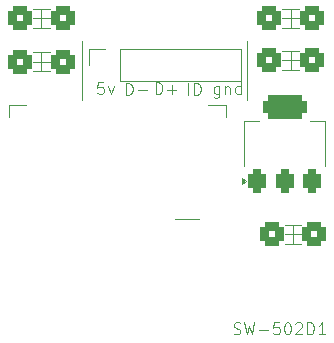
<source format=gto>
G04 #@! TF.GenerationSoftware,KiCad,Pcbnew,8.0.6-8.0.6-0~ubuntu24.04.1*
G04 #@! TF.CreationDate,2024-10-30T09:26:46+01:00*
G04 #@! TF.ProjectId,clock_pcb,636c6f63-6b5f-4706-9362-2e6b69636164,rev?*
G04 #@! TF.SameCoordinates,Original*
G04 #@! TF.FileFunction,Legend,Top*
G04 #@! TF.FilePolarity,Positive*
%FSLAX46Y46*%
G04 Gerber Fmt 4.6, Leading zero omitted, Abs format (unit mm)*
G04 Created by KiCad (PCBNEW 8.0.6-8.0.6-0~ubuntu24.04.1) date 2024-10-30 09:26:46*
%MOMM*%
%LPD*%
G01*
G04 APERTURE LIST*
G04 Aperture macros list*
%AMRoundRect*
0 Rectangle with rounded corners*
0 $1 Rounding radius*
0 $2 $3 $4 $5 $6 $7 $8 $9 X,Y pos of 4 corners*
0 Add a 4 corners polygon primitive as box body*
4,1,4,$2,$3,$4,$5,$6,$7,$8,$9,$2,$3,0*
0 Add four circle primitives for the rounded corners*
1,1,$1+$1,$2,$3*
1,1,$1+$1,$4,$5*
1,1,$1+$1,$6,$7*
1,1,$1+$1,$8,$9*
0 Add four rect primitives between the rounded corners*
20,1,$1+$1,$2,$3,$4,$5,0*
20,1,$1+$1,$4,$5,$6,$7,0*
20,1,$1+$1,$6,$7,$8,$9,0*
20,1,$1+$1,$8,$9,$2,$3,0*%
G04 Aperture macros list end*
%ADD10C,0.100000*%
%ADD11C,0.120000*%
%ADD12RoundRect,0.384616X-0.615384X-0.615384X0.615384X-0.615384X0.615384X0.615384X-0.615384X0.615384X0*%
%ADD13R,1.500000X0.900000*%
%ADD14R,0.900000X1.500000*%
%ADD15C,1.700000*%
%ADD16C,2.000000*%
%ADD17R,3.900000X3.900000*%
%ADD18R,1.700000X2.200000*%
%ADD19O,1.700000X2.200000*%
%ADD20RoundRect,0.384616X0.615384X0.615384X-0.615384X0.615384X-0.615384X-0.615384X0.615384X-0.615384X0*%
%ADD21RoundRect,0.375000X0.375000X-0.625000X0.375000X0.625000X-0.375000X0.625000X-0.375000X-0.625000X0*%
%ADD22RoundRect,0.500000X1.400000X-0.500000X1.400000X0.500000X-1.400000X0.500000X-1.400000X-0.500000X0*%
%ADD23O,1.524000X2.000000*%
G04 APERTURE END LIST*
D10*
X110463884Y-107582419D02*
X110463884Y-106582419D01*
X110463884Y-106582419D02*
X110701979Y-106582419D01*
X110701979Y-106582419D02*
X110844836Y-106630038D01*
X110844836Y-106630038D02*
X110940074Y-106725276D01*
X110940074Y-106725276D02*
X110987693Y-106820514D01*
X110987693Y-106820514D02*
X111035312Y-107010990D01*
X111035312Y-107010990D02*
X111035312Y-107153847D01*
X111035312Y-107153847D02*
X110987693Y-107344323D01*
X110987693Y-107344323D02*
X110940074Y-107439561D01*
X110940074Y-107439561D02*
X110844836Y-107534800D01*
X110844836Y-107534800D02*
X110701979Y-107582419D01*
X110701979Y-107582419D02*
X110463884Y-107582419D01*
X111463884Y-107201466D02*
X112225789Y-107201466D01*
X112973884Y-107532419D02*
X112973884Y-106532419D01*
X112973884Y-106532419D02*
X113211979Y-106532419D01*
X113211979Y-106532419D02*
X113354836Y-106580038D01*
X113354836Y-106580038D02*
X113450074Y-106675276D01*
X113450074Y-106675276D02*
X113497693Y-106770514D01*
X113497693Y-106770514D02*
X113545312Y-106960990D01*
X113545312Y-106960990D02*
X113545312Y-107103847D01*
X113545312Y-107103847D02*
X113497693Y-107294323D01*
X113497693Y-107294323D02*
X113450074Y-107389561D01*
X113450074Y-107389561D02*
X113354836Y-107484800D01*
X113354836Y-107484800D02*
X113211979Y-107532419D01*
X113211979Y-107532419D02*
X112973884Y-107532419D01*
X113973884Y-107151466D02*
X114735789Y-107151466D01*
X114354836Y-107532419D02*
X114354836Y-106770514D01*
X118372455Y-106855752D02*
X118372455Y-107665276D01*
X118372455Y-107665276D02*
X118324836Y-107760514D01*
X118324836Y-107760514D02*
X118277217Y-107808133D01*
X118277217Y-107808133D02*
X118181979Y-107855752D01*
X118181979Y-107855752D02*
X118039122Y-107855752D01*
X118039122Y-107855752D02*
X117943884Y-107808133D01*
X118372455Y-107474800D02*
X118277217Y-107522419D01*
X118277217Y-107522419D02*
X118086741Y-107522419D01*
X118086741Y-107522419D02*
X117991503Y-107474800D01*
X117991503Y-107474800D02*
X117943884Y-107427180D01*
X117943884Y-107427180D02*
X117896265Y-107331942D01*
X117896265Y-107331942D02*
X117896265Y-107046228D01*
X117896265Y-107046228D02*
X117943884Y-106950990D01*
X117943884Y-106950990D02*
X117991503Y-106903371D01*
X117991503Y-106903371D02*
X118086741Y-106855752D01*
X118086741Y-106855752D02*
X118277217Y-106855752D01*
X118277217Y-106855752D02*
X118372455Y-106903371D01*
X118848646Y-106855752D02*
X118848646Y-107522419D01*
X118848646Y-106950990D02*
X118896265Y-106903371D01*
X118896265Y-106903371D02*
X118991503Y-106855752D01*
X118991503Y-106855752D02*
X119134360Y-106855752D01*
X119134360Y-106855752D02*
X119229598Y-106903371D01*
X119229598Y-106903371D02*
X119277217Y-106998609D01*
X119277217Y-106998609D02*
X119277217Y-107522419D01*
X120181979Y-107522419D02*
X120181979Y-106522419D01*
X120181979Y-107474800D02*
X120086741Y-107522419D01*
X120086741Y-107522419D02*
X119896265Y-107522419D01*
X119896265Y-107522419D02*
X119801027Y-107474800D01*
X119801027Y-107474800D02*
X119753408Y-107427180D01*
X119753408Y-107427180D02*
X119705789Y-107331942D01*
X119705789Y-107331942D02*
X119705789Y-107046228D01*
X119705789Y-107046228D02*
X119753408Y-106950990D01*
X119753408Y-106950990D02*
X119801027Y-106903371D01*
X119801027Y-106903371D02*
X119896265Y-106855752D01*
X119896265Y-106855752D02*
X120086741Y-106855752D01*
X120086741Y-106855752D02*
X120181979Y-106903371D01*
X108560074Y-106522419D02*
X108083884Y-106522419D01*
X108083884Y-106522419D02*
X108036265Y-106998609D01*
X108036265Y-106998609D02*
X108083884Y-106950990D01*
X108083884Y-106950990D02*
X108179122Y-106903371D01*
X108179122Y-106903371D02*
X108417217Y-106903371D01*
X108417217Y-106903371D02*
X108512455Y-106950990D01*
X108512455Y-106950990D02*
X108560074Y-106998609D01*
X108560074Y-106998609D02*
X108607693Y-107093847D01*
X108607693Y-107093847D02*
X108607693Y-107331942D01*
X108607693Y-107331942D02*
X108560074Y-107427180D01*
X108560074Y-107427180D02*
X108512455Y-107474800D01*
X108512455Y-107474800D02*
X108417217Y-107522419D01*
X108417217Y-107522419D02*
X108179122Y-107522419D01*
X108179122Y-107522419D02*
X108083884Y-107474800D01*
X108083884Y-107474800D02*
X108036265Y-107427180D01*
X108941027Y-106855752D02*
X109179122Y-107522419D01*
X109179122Y-107522419D02*
X109417217Y-106855752D01*
X115753884Y-107582419D02*
X115753884Y-106582419D01*
X116230074Y-107582419D02*
X116230074Y-106582419D01*
X116230074Y-106582419D02*
X116468169Y-106582419D01*
X116468169Y-106582419D02*
X116611026Y-106630038D01*
X116611026Y-106630038D02*
X116706264Y-106725276D01*
X116706264Y-106725276D02*
X116753883Y-106820514D01*
X116753883Y-106820514D02*
X116801502Y-107010990D01*
X116801502Y-107010990D02*
X116801502Y-107153847D01*
X116801502Y-107153847D02*
X116753883Y-107344323D01*
X116753883Y-107344323D02*
X116706264Y-107439561D01*
X116706264Y-107439561D02*
X116611026Y-107534800D01*
X116611026Y-107534800D02*
X116468169Y-107582419D01*
X116468169Y-107582419D02*
X116230074Y-107582419D01*
X119579048Y-127809800D02*
X119721905Y-127857419D01*
X119721905Y-127857419D02*
X119960000Y-127857419D01*
X119960000Y-127857419D02*
X120055238Y-127809800D01*
X120055238Y-127809800D02*
X120102857Y-127762180D01*
X120102857Y-127762180D02*
X120150476Y-127666942D01*
X120150476Y-127666942D02*
X120150476Y-127571704D01*
X120150476Y-127571704D02*
X120102857Y-127476466D01*
X120102857Y-127476466D02*
X120055238Y-127428847D01*
X120055238Y-127428847D02*
X119960000Y-127381228D01*
X119960000Y-127381228D02*
X119769524Y-127333609D01*
X119769524Y-127333609D02*
X119674286Y-127285990D01*
X119674286Y-127285990D02*
X119626667Y-127238371D01*
X119626667Y-127238371D02*
X119579048Y-127143133D01*
X119579048Y-127143133D02*
X119579048Y-127047895D01*
X119579048Y-127047895D02*
X119626667Y-126952657D01*
X119626667Y-126952657D02*
X119674286Y-126905038D01*
X119674286Y-126905038D02*
X119769524Y-126857419D01*
X119769524Y-126857419D02*
X120007619Y-126857419D01*
X120007619Y-126857419D02*
X120150476Y-126905038D01*
X120483810Y-126857419D02*
X120721905Y-127857419D01*
X120721905Y-127857419D02*
X120912381Y-127143133D01*
X120912381Y-127143133D02*
X121102857Y-127857419D01*
X121102857Y-127857419D02*
X121340953Y-126857419D01*
X121721905Y-127476466D02*
X122483810Y-127476466D01*
X123436190Y-126857419D02*
X122960000Y-126857419D01*
X122960000Y-126857419D02*
X122912381Y-127333609D01*
X122912381Y-127333609D02*
X122960000Y-127285990D01*
X122960000Y-127285990D02*
X123055238Y-127238371D01*
X123055238Y-127238371D02*
X123293333Y-127238371D01*
X123293333Y-127238371D02*
X123388571Y-127285990D01*
X123388571Y-127285990D02*
X123436190Y-127333609D01*
X123436190Y-127333609D02*
X123483809Y-127428847D01*
X123483809Y-127428847D02*
X123483809Y-127666942D01*
X123483809Y-127666942D02*
X123436190Y-127762180D01*
X123436190Y-127762180D02*
X123388571Y-127809800D01*
X123388571Y-127809800D02*
X123293333Y-127857419D01*
X123293333Y-127857419D02*
X123055238Y-127857419D01*
X123055238Y-127857419D02*
X122960000Y-127809800D01*
X122960000Y-127809800D02*
X122912381Y-127762180D01*
X124102857Y-126857419D02*
X124198095Y-126857419D01*
X124198095Y-126857419D02*
X124293333Y-126905038D01*
X124293333Y-126905038D02*
X124340952Y-126952657D01*
X124340952Y-126952657D02*
X124388571Y-127047895D01*
X124388571Y-127047895D02*
X124436190Y-127238371D01*
X124436190Y-127238371D02*
X124436190Y-127476466D01*
X124436190Y-127476466D02*
X124388571Y-127666942D01*
X124388571Y-127666942D02*
X124340952Y-127762180D01*
X124340952Y-127762180D02*
X124293333Y-127809800D01*
X124293333Y-127809800D02*
X124198095Y-127857419D01*
X124198095Y-127857419D02*
X124102857Y-127857419D01*
X124102857Y-127857419D02*
X124007619Y-127809800D01*
X124007619Y-127809800D02*
X123960000Y-127762180D01*
X123960000Y-127762180D02*
X123912381Y-127666942D01*
X123912381Y-127666942D02*
X123864762Y-127476466D01*
X123864762Y-127476466D02*
X123864762Y-127238371D01*
X123864762Y-127238371D02*
X123912381Y-127047895D01*
X123912381Y-127047895D02*
X123960000Y-126952657D01*
X123960000Y-126952657D02*
X124007619Y-126905038D01*
X124007619Y-126905038D02*
X124102857Y-126857419D01*
X124817143Y-126952657D02*
X124864762Y-126905038D01*
X124864762Y-126905038D02*
X124960000Y-126857419D01*
X124960000Y-126857419D02*
X125198095Y-126857419D01*
X125198095Y-126857419D02*
X125293333Y-126905038D01*
X125293333Y-126905038D02*
X125340952Y-126952657D01*
X125340952Y-126952657D02*
X125388571Y-127047895D01*
X125388571Y-127047895D02*
X125388571Y-127143133D01*
X125388571Y-127143133D02*
X125340952Y-127285990D01*
X125340952Y-127285990D02*
X124769524Y-127857419D01*
X124769524Y-127857419D02*
X125388571Y-127857419D01*
X125817143Y-127857419D02*
X125817143Y-126857419D01*
X125817143Y-126857419D02*
X126055238Y-126857419D01*
X126055238Y-126857419D02*
X126198095Y-126905038D01*
X126198095Y-126905038D02*
X126293333Y-127000276D01*
X126293333Y-127000276D02*
X126340952Y-127095514D01*
X126340952Y-127095514D02*
X126388571Y-127285990D01*
X126388571Y-127285990D02*
X126388571Y-127428847D01*
X126388571Y-127428847D02*
X126340952Y-127619323D01*
X126340952Y-127619323D02*
X126293333Y-127714561D01*
X126293333Y-127714561D02*
X126198095Y-127809800D01*
X126198095Y-127809800D02*
X126055238Y-127857419D01*
X126055238Y-127857419D02*
X125817143Y-127857419D01*
X127340952Y-127857419D02*
X126769524Y-127857419D01*
X127055238Y-127857419D02*
X127055238Y-126857419D01*
X127055238Y-126857419D02*
X126960000Y-127000276D01*
X126960000Y-127000276D02*
X126864762Y-127095514D01*
X126864762Y-127095514D02*
X126769524Y-127143133D01*
X124400000Y-103850000D02*
X125100000Y-103850000D01*
X124400000Y-104650000D02*
X123700000Y-104650000D01*
X124400000Y-104650000D02*
X124400000Y-103850000D01*
X124400000Y-104650000D02*
X124400000Y-105450000D01*
X124400000Y-105450000D02*
X123700000Y-105450000D01*
X124400000Y-105450000D02*
X125100000Y-105450000D01*
X124500000Y-103850000D02*
X123700000Y-103850000D01*
X125100000Y-104650000D02*
X124400000Y-104650000D01*
D11*
X100535000Y-108490000D02*
X100535000Y-109490000D01*
X100535000Y-108490000D02*
X102035000Y-108490000D01*
X118935000Y-108490000D02*
X117435000Y-108490000D01*
X118935000Y-109490000D02*
X118935000Y-108490000D01*
D10*
X106730000Y-108050000D02*
X106730000Y-103050000D01*
D11*
X107350000Y-103720000D02*
X108680000Y-103720000D01*
X107350000Y-105050000D02*
X107350000Y-103720000D01*
X109950000Y-103720000D02*
X120170000Y-103720000D01*
X109950000Y-106380000D02*
X109950000Y-103720000D01*
X109950000Y-106380000D02*
X120170000Y-106380000D01*
D10*
X116610000Y-118060000D02*
X114610000Y-118060000D01*
D11*
X120170000Y-106380000D02*
X120170000Y-103720000D01*
D10*
X120730000Y-103050000D02*
X120730000Y-108050000D01*
X102600000Y-104800000D02*
X103400000Y-104800000D01*
X103300000Y-104000000D02*
X102600000Y-104000000D01*
X103300000Y-104000000D02*
X104000000Y-104000000D01*
X103300000Y-104800000D02*
X103300000Y-104000000D01*
X103300000Y-104800000D02*
X103300000Y-105600000D01*
X103300000Y-104800000D02*
X104000000Y-104800000D01*
X103300000Y-105600000D02*
X102600000Y-105600000D01*
X103300000Y-105600000D02*
X104000000Y-105600000D01*
X124600000Y-118600000D02*
X123900000Y-118600000D01*
X124600000Y-118600000D02*
X125300000Y-118600000D01*
X124600000Y-119400000D02*
X123900000Y-119400000D01*
X124600000Y-119400000D02*
X124600000Y-118600000D01*
X124600000Y-119400000D02*
X124600000Y-120200000D01*
X124600000Y-120200000D02*
X123900000Y-120200000D01*
X124600000Y-120200000D02*
X125300000Y-120200000D01*
X125300000Y-119400000D02*
X124600000Y-119400000D01*
X103300000Y-100300000D02*
X104000000Y-100300000D01*
X103300000Y-101100000D02*
X102600000Y-101100000D01*
X103300000Y-101100000D02*
X103300000Y-100300000D01*
X103300000Y-101100000D02*
X103300000Y-101900000D01*
X103300000Y-101900000D02*
X102600000Y-101900000D01*
X103300000Y-101900000D02*
X104000000Y-101900000D01*
X103400000Y-100300000D02*
X102600000Y-100300000D01*
X104000000Y-101100000D02*
X103300000Y-101100000D01*
D11*
X120490000Y-109840000D02*
X121750000Y-109840000D01*
X120490000Y-113600000D02*
X120490000Y-109840000D01*
X127310000Y-109840000D02*
X126050000Y-109840000D01*
X127310000Y-113600000D02*
X127310000Y-109840000D01*
X120590000Y-114880000D02*
X120260000Y-115120000D01*
X120260000Y-114640000D01*
X120590000Y-114880000D01*
G36*
X120590000Y-114880000D02*
G01*
X120260000Y-115120000D01*
X120260000Y-114640000D01*
X120590000Y-114880000D01*
G37*
D10*
X123700000Y-101100000D02*
X124400000Y-101100000D01*
X124400000Y-100300000D02*
X123700000Y-100300000D01*
X124400000Y-100300000D02*
X125100000Y-100300000D01*
X124400000Y-101100000D02*
X124400000Y-100300000D01*
X124400000Y-101100000D02*
X124400000Y-101900000D01*
X124400000Y-101100000D02*
X125100000Y-101100000D01*
X124400000Y-101900000D02*
X123700000Y-101900000D01*
X124400000Y-101900000D02*
X125100000Y-101900000D01*
%LPC*%
D12*
X122600000Y-104650000D03*
X126200000Y-104650000D03*
D13*
X118485000Y-126700000D03*
X118485000Y-125430000D03*
X118485000Y-124160000D03*
X118485000Y-122890000D03*
X118485000Y-121620000D03*
X118485000Y-120350000D03*
X118485000Y-119080000D03*
X118485000Y-117810000D03*
X118485000Y-116540000D03*
X118485000Y-115270000D03*
X118485000Y-114000000D03*
X118485000Y-112730000D03*
X118485000Y-111460000D03*
X118485000Y-110190000D03*
D14*
X116720000Y-108940000D03*
X115450000Y-108940000D03*
X114180000Y-108940000D03*
X112910000Y-108940000D03*
X111640000Y-108940000D03*
X110370000Y-108940000D03*
X109100000Y-108940000D03*
X107830000Y-108940000D03*
X106560000Y-108940000D03*
X105290000Y-108940000D03*
X104020000Y-108940000D03*
X102750000Y-108940000D03*
D13*
X100985000Y-110190000D03*
X100985000Y-111460000D03*
X100985000Y-112730000D03*
X100985000Y-114000000D03*
X100985000Y-115270000D03*
X100985000Y-116540000D03*
X100985000Y-117810000D03*
X100985000Y-119080000D03*
X100985000Y-120350000D03*
X100985000Y-121620000D03*
X100985000Y-122890000D03*
X100985000Y-124160000D03*
X100985000Y-125430000D03*
X100985000Y-126700000D03*
D15*
X112305000Y-120030000D03*
D16*
X112075000Y-118110000D03*
D17*
X111235000Y-118980000D03*
D16*
X110375000Y-119870000D03*
D15*
X110155000Y-117900000D03*
D18*
X108680000Y-105050000D03*
D19*
X111220000Y-105050000D03*
X113760000Y-105050000D03*
X116300000Y-105050000D03*
X118840000Y-105050000D03*
D20*
X105100000Y-104800000D03*
X101500000Y-104800000D03*
D12*
X122800000Y-119400000D03*
X126400000Y-119400000D03*
X101500000Y-101100000D03*
X105100000Y-101100000D03*
D21*
X121600000Y-114900000D03*
X123900000Y-114900000D03*
D22*
X123900000Y-108600000D03*
D21*
X126200000Y-114900000D03*
D23*
X123210000Y-124300000D03*
X125750000Y-124300000D03*
D20*
X126200000Y-101100000D03*
X122600000Y-101100000D03*
D23*
X117560000Y-102200000D03*
X115020000Y-102200000D03*
X112480000Y-102200000D03*
X109940000Y-102200000D03*
%LPD*%
M02*

</source>
